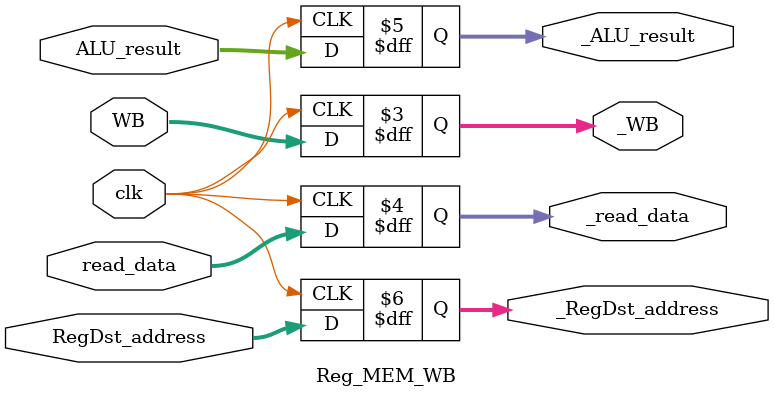
<source format=v>
module Reg_MEM_WB(
		input 		clk,
		input		[1:0] WB,
		input		[31:0] read_data,
		input		[31:0] ALU_result,
		input		[4:0] RegDst_address,
		output reg	[1:0] _WB,
		output reg	[31:0] _read_data,
		output reg	[31:0] _ALU_result,
		output reg	[4:0] _RegDst_address
);

	initial begin
		_WB = 2'b0;
		_ALU_result = 32'b0;
		_read_data = 32'b0;
		_RegDst_address = 5'b0;
	end

	always@(posedge clk)
	begin
		_WB <= WB;
		_ALU_result <= ALU_result;
		_read_data <= read_data;
		_RegDst_address <= RegDst_address;
	end

endmodule

</source>
